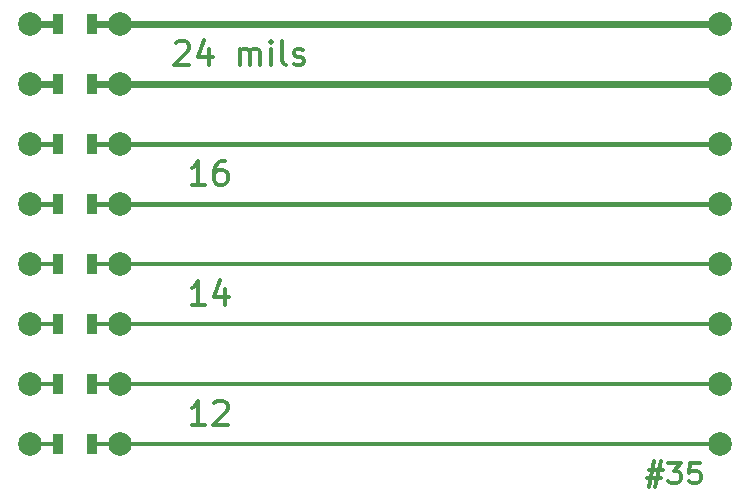
<source format=gtl>
G04 #@! TF.FileFunction,Copper,L1,Top,Signal*
%FSLAX46Y46*%
G04 Gerber Fmt 4.6, Leading zero omitted, Abs format (unit mm)*
G04 Created by KiCad (PCBNEW 4.0.6) date 04/04/19 16:19:22*
%MOMM*%
%LPD*%
G01*
G04 APERTURE LIST*
%ADD10C,0.100000*%
%ADD11C,0.300000*%
%ADD12C,2.000000*%
%ADD13R,0.900000X1.700000*%
%ADD14C,0.304800*%
%ADD15C,0.355600*%
%ADD16C,0.406400*%
%ADD17C,0.609600*%
G04 APERTURE END LIST*
D10*
D11*
X180290666Y-99193000D02*
X181540666Y-99193000D01*
X180790666Y-98443000D02*
X180290666Y-100693000D01*
X181374000Y-99943000D02*
X180124000Y-99943000D01*
X180874000Y-100693000D02*
X181374000Y-98443000D01*
X181957333Y-98609667D02*
X183040666Y-98609667D01*
X182457333Y-99276333D01*
X182707333Y-99276333D01*
X182874000Y-99359667D01*
X182957333Y-99443000D01*
X183040666Y-99609667D01*
X183040666Y-100026333D01*
X182957333Y-100193000D01*
X182874000Y-100276333D01*
X182707333Y-100359667D01*
X182207333Y-100359667D01*
X182040666Y-100276333D01*
X181957333Y-100193000D01*
X184624000Y-98609667D02*
X183790667Y-98609667D01*
X183707333Y-99443000D01*
X183790667Y-99359667D01*
X183957333Y-99276333D01*
X184374000Y-99276333D01*
X184540667Y-99359667D01*
X184624000Y-99443000D01*
X184707333Y-99609667D01*
X184707333Y-100026333D01*
X184624000Y-100193000D01*
X184540667Y-100276333D01*
X184374000Y-100359667D01*
X183957333Y-100359667D01*
X183790667Y-100276333D01*
X183707333Y-100193000D01*
X142748048Y-85232762D02*
X141605190Y-85232762D01*
X142176619Y-85232762D02*
X142176619Y-83232762D01*
X141986143Y-83518476D01*
X141795667Y-83708952D01*
X141605190Y-83804190D01*
X144462333Y-83899429D02*
X144462333Y-85232762D01*
X143986143Y-83137524D02*
X143509952Y-84566095D01*
X144748048Y-84566095D01*
X140240428Y-63103238D02*
X140335666Y-63008000D01*
X140526143Y-62912762D01*
X141002333Y-62912762D01*
X141192809Y-63008000D01*
X141288047Y-63103238D01*
X141383286Y-63293714D01*
X141383286Y-63484190D01*
X141288047Y-63769905D01*
X140145190Y-64912762D01*
X141383286Y-64912762D01*
X143097571Y-63579429D02*
X143097571Y-64912762D01*
X142621381Y-62817524D02*
X142145190Y-64246095D01*
X143383286Y-64246095D01*
X145669000Y-64912762D02*
X145669000Y-63579429D01*
X145669000Y-63769905D02*
X145764239Y-63674667D01*
X145954715Y-63579429D01*
X146240429Y-63579429D01*
X146430905Y-63674667D01*
X146526143Y-63865143D01*
X146526143Y-64912762D01*
X146526143Y-63865143D02*
X146621381Y-63674667D01*
X146811858Y-63579429D01*
X147097572Y-63579429D01*
X147288048Y-63674667D01*
X147383286Y-63865143D01*
X147383286Y-64912762D01*
X148335667Y-64912762D02*
X148335667Y-63579429D01*
X148335667Y-62912762D02*
X148240429Y-63008000D01*
X148335667Y-63103238D01*
X148430906Y-63008000D01*
X148335667Y-62912762D01*
X148335667Y-63103238D01*
X149573763Y-64912762D02*
X149383287Y-64817524D01*
X149288048Y-64627048D01*
X149288048Y-62912762D01*
X150240429Y-64817524D02*
X150430906Y-64912762D01*
X150811858Y-64912762D01*
X151002334Y-64817524D01*
X151097572Y-64627048D01*
X151097572Y-64531810D01*
X151002334Y-64341333D01*
X150811858Y-64246095D01*
X150526144Y-64246095D01*
X150335667Y-64150857D01*
X150240429Y-63960381D01*
X150240429Y-63865143D01*
X150335667Y-63674667D01*
X150526144Y-63579429D01*
X150811858Y-63579429D01*
X151002334Y-63674667D01*
X142748048Y-75072762D02*
X141605190Y-75072762D01*
X142176619Y-75072762D02*
X142176619Y-73072762D01*
X141986143Y-73358476D01*
X141795667Y-73548952D01*
X141605190Y-73644190D01*
X144462333Y-73072762D02*
X144081381Y-73072762D01*
X143890905Y-73168000D01*
X143795667Y-73263238D01*
X143605190Y-73548952D01*
X143509952Y-73929905D01*
X143509952Y-74691810D01*
X143605190Y-74882286D01*
X143700429Y-74977524D01*
X143890905Y-75072762D01*
X144271857Y-75072762D01*
X144462333Y-74977524D01*
X144557571Y-74882286D01*
X144652810Y-74691810D01*
X144652810Y-74215619D01*
X144557571Y-74025143D01*
X144462333Y-73929905D01*
X144271857Y-73834667D01*
X143890905Y-73834667D01*
X143700429Y-73929905D01*
X143605190Y-74025143D01*
X143509952Y-74215619D01*
X142748048Y-95392762D02*
X141605190Y-95392762D01*
X142176619Y-95392762D02*
X142176619Y-93392762D01*
X141986143Y-93678476D01*
X141795667Y-93868952D01*
X141605190Y-93964190D01*
X143509952Y-93583238D02*
X143605190Y-93488000D01*
X143795667Y-93392762D01*
X144271857Y-93392762D01*
X144462333Y-93488000D01*
X144557571Y-93583238D01*
X144652810Y-93773714D01*
X144652810Y-93964190D01*
X144557571Y-94249905D01*
X143414714Y-95392762D01*
X144652810Y-95392762D01*
D12*
X127889000Y-61468000D03*
X127889000Y-66548000D03*
X127889000Y-71628000D03*
X127889000Y-76708000D03*
X127889000Y-81788000D03*
X127889000Y-86868000D03*
X127889000Y-91948000D03*
X127889000Y-97028000D03*
D13*
X130249000Y-97028000D03*
X133149000Y-97028000D03*
X130249000Y-91948000D03*
X133149000Y-91948000D03*
X130249000Y-86868000D03*
X133149000Y-86868000D03*
X130249000Y-81788000D03*
X133149000Y-81788000D03*
X130249000Y-76708000D03*
X133149000Y-76708000D03*
X130249000Y-71628000D03*
X133149000Y-71628000D03*
X130249000Y-66548000D03*
X133149000Y-66548000D03*
D12*
X186309000Y-86868000D03*
X186309000Y-81788000D03*
X135509000Y-86868000D03*
X135509000Y-81788000D03*
X186309000Y-61468000D03*
X135509000Y-61468000D03*
X186309000Y-66548000D03*
X135509000Y-66548000D03*
X186309000Y-71628000D03*
X186309000Y-76708000D03*
X186309000Y-91948000D03*
X135509000Y-71628000D03*
X135509000Y-76708000D03*
X135509000Y-91948000D03*
X186309000Y-97028000D03*
X135509000Y-97028000D03*
D13*
X130249000Y-61468000D03*
X133149000Y-61468000D03*
D14*
X133149000Y-97028000D02*
X135509000Y-97028000D01*
X127889000Y-97028000D02*
X130249000Y-97028000D01*
X133149000Y-91948000D02*
X135509000Y-91948000D01*
X127889000Y-91948000D02*
X130249000Y-91948000D01*
D15*
X133149000Y-86868000D02*
X135509000Y-86868000D01*
X127889000Y-86868000D02*
X130249000Y-86868000D01*
X133149000Y-81788000D02*
X135509000Y-81788000D01*
X127889000Y-81788000D02*
X130249000Y-81788000D01*
D16*
X133149000Y-76708000D02*
X135509000Y-76708000D01*
X127889000Y-76708000D02*
X130249000Y-76708000D01*
X133149000Y-71628000D02*
X135509000Y-71628000D01*
X127889000Y-71628000D02*
X130249000Y-71628000D01*
D17*
X133149000Y-66548000D02*
X135509000Y-66548000D01*
X127889000Y-66548000D02*
X130249000Y-66548000D01*
X133149000Y-61468000D02*
X135509000Y-61468000D01*
X127889000Y-61468000D02*
X130249000Y-61468000D01*
D14*
X135509000Y-97028000D02*
X186309000Y-97028000D01*
X135509000Y-91948000D02*
X186309000Y-91948000D01*
D15*
X135509000Y-86868000D02*
X186309000Y-86868000D01*
X135509000Y-81788000D02*
X186309000Y-81788000D01*
D16*
X135509000Y-76708000D02*
X186309000Y-76708000D01*
X135509000Y-71628000D02*
X186309000Y-71628000D01*
D17*
X135509000Y-66548000D02*
X186309000Y-66548000D01*
X135509000Y-61468000D02*
X186309000Y-61468000D01*
M02*

</source>
